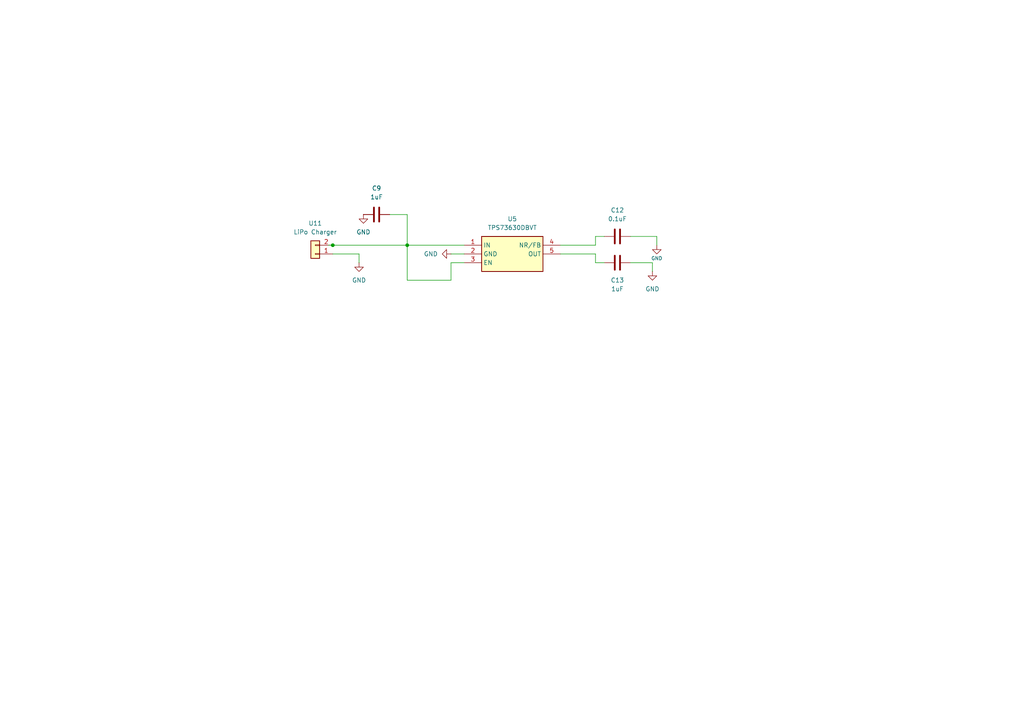
<source format=kicad_sch>
(kicad_sch (version 20250114) (generator "eeschema") (generator_version "9.0")
  (paper "A4")
  (lib_symbols
    (symbol "Connector_Generic:Conn_01x02" (pin_names (offset 1.016) (hide yes))
      (property "Reference" "J" (at 0 2.54 0))
      (property "Value" "Conn_01x02" (at 0 -5.08 0))
      (symbol "Conn_01x02_1_1"
        (rectangle (start -1.27 1.27) (end 1.27 -3.81) (stroke (width 0.254)) (fill (type background)))
        (rectangle (start -1.27 0.127) (end 0 -0.127) (stroke (width 0.1524)))
        (rectangle (start -1.27 -2.413) (end 0 -2.667) (stroke (width 0.1524)))
        (pin passive line (at -5.08 0 0) (length 3.81) (name "Pin_1") (number "1"))
        (pin passive line (at -5.08 -2.54 0) (length 3.81) (name "Pin_2") (number "2"))
      )
    )
    (symbol "Device:C" (pin_numbers (hide yes)) (pin_names (offset 0.254))
      (property "Reference" "C" (at 0.635 2.54 0))
      (property "Value" "C" (at 0.635 -2.54 0))
      (symbol "C_0_1"
        (polyline (pts (xy -2.032 0.762) (xy 2.032 0.762)) (stroke (width 0.508)))
        (polyline (pts (xy -2.032 -0.762) (xy 2.032 -0.762)) (stroke (width 0.508)))
      )
      (symbol "C_1_1"
        (pin passive line (at 0 3.81 270) (length 2.794) (name "~") (number "1"))
        (pin passive line (at 0 -3.81 90) (length 2.794) (name "~") (number "2"))
      )
    )
    (symbol "TPS73630DBVT:TPS73630DBVT"
      (property "Reference" "IC" (at 24.13 7.62 0))
      (property "Value" "TPS73630DBVT" (at 24.13 5.08 0))
      (symbol "TPS73630DBVT_1_1"
        (rectangle (start 5.08 2.54) (end 22.86 -7.62) (stroke (width 0.254)) (fill (type background)))
        (pin input line (at 0 0 0) (length 5.08) (name "IN") (number "1"))
        (pin power_in line (at 0 -2.54 0) (length 5.08) (name "GND") (number "2"))
        (pin passive line (at 0 -5.08 0) (length 5.08) (name "EN") (number "3"))
        (pin passive line (at 27.94 0 180) (length 5.08) (name "NR/FB") (number "4"))
        (pin output line (at 27.94 -2.54 180) (length 5.08) (name "OUT") (number "5"))
      )
    )
    (symbol "power:GND" (power) (pin_numbers (hide yes)) (pin_names (offset 0) (hide yes))
      (property "Value" "GND" (at 0 -3.81 0))
      (symbol "GND_0_1"
        (polyline (pts (xy 0 0) (xy 0 -1.27) (xy 1.27 -1.27) (xy 0 -2.54) (xy -1.27 -1.27) (xy 0 -1.27)))
      )
      (symbol "GND_1_1"
        (pin power_in line (at 0 0 270) (length 0) (name "~") (number "1"))
      )
    )
  )
  (junction (at 118.11 71.12))
  (junction (at 96.52 71.12))
  (wire (pts (xy 162.56 73.66) (xy 172.72 73.66)))
  (wire (pts (xy 113.03 62.23) (xy 118.11 62.23)))
  (wire (pts (xy 190.5 68.58) (xy 190.5 71.12)))
  (wire (pts (xy 95.25 71.12) (xy 96.52 71.12)))
  (wire (pts (xy 172.72 68.58) (xy 175.26 68.58)))
  (wire (pts (xy 96.52 73.66) (xy 104.14 73.66)))
  (wire (pts (xy 172.72 76.2) (xy 175.26 76.2)))
  (wire (pts (xy 182.88 76.2) (xy 189.23 76.2)))
  (wire (pts (xy 172.72 68.58) (xy 172.72 71.12)))
  (wire (pts (xy 118.11 71.12) (xy 118.11 81.28)))
  (wire (pts (xy 118.11 81.28) (xy 130.81 81.28)))
  (wire (pts (xy 104.14 73.66) (xy 104.14 76.2)))
  (wire (pts (xy 172.72 73.66) (xy 172.72 76.2)))
  (wire (pts (xy 162.56 71.12) (xy 172.72 71.12)))
  (wire (pts (xy 118.11 71.12) (xy 134.62 71.12)))
  (wire (pts (xy 96.52 71.12) (xy 118.11 71.12)))
  (wire (pts (xy 118.11 62.23) (xy 118.11 71.12)))
  (wire (pts (xy 182.88 68.58) (xy 190.5 68.58)))
  (wire (pts (xy 130.81 76.2) (xy 134.62 76.2)))
  (wire (pts (xy 130.81 73.66) (xy 134.62 73.66)))
  (wire (pts (xy 130.81 76.2) (xy 130.81 81.28)))
  (wire (pts (xy 189.23 76.2) (xy 189.23 78.74)))
  (symbol (lib_id "Device:C") (at 179.07 68.58 90) (unit 1)
    (property "Reference" "C12" (at 179.07 60.96 90))
    (property "Value" "0.1uF" (at 179.07 63.5 90))
    (property "Description" "Unpolarized capacitor" (effects (hide yes)))
  )
  (symbol (lib_id "Connector_Generic:Conn_01x02") (at 91.44 73.66 180) (unit 1)
    (property "Reference" "U11" (at 91.44 64.77 0))
    (property "Value" "LiPo Charger" (at 91.44 67.31 0))
    (property "Description" "Generic connector, single row, 01x02, script generated (kicad-library-utils/schlib/autogen/connector/)" (effects (hide yes)))
  )
  (symbol (lib_id "power:GND") (at 104.14 76.2 0) (unit 1)
    (property "Reference" "#PWR076" (effects (hide yes)))
    (property "Value" "GND" (at 104.14 81.28 0))
    (property "Description" "Power symbol creates a global label with name \"GND\" , ground" (effects (hide yes)))
  )
  (symbol (lib_id "power:GND") (at 130.81 73.66 270) (unit 1)
    (property "Reference" "#PWR042" (effects (hide yes)))
    (property "Value" "GND" (at 127 73.6599 90) (effects (justify right)))
    (property "Description" "Power symbol creates a global label with name \"GND\" , ground" (effects (hide yes)))
  )
  (symbol (lib_id "power:GND") (at 189.23 78.74 0) (unit 1)
    (property "Reference" "#PWR045" (effects (hide yes)))
    (property "Value" "GND" (at 189.23 83.82 0))
    (property "Description" "Power symbol creates a global label with name \"GND\" , ground" (effects (hide yes)))
  )
  (symbol (lib_id "Device:C") (at 109.22 62.23 90) (unit 1)
    (property "Reference" "C9" (at 109.22 54.61 90))
    (property "Value" "1uF" (at 109.22 57.15 90))
    (property "Description" "Unpolarized capacitor" (effects (hide yes)))
  )
  (symbol (lib_id "power:GND") (at 190.5 71.12 0) (unit 1)
    (property "Reference" "#PWR044" (effects (hide yes)))
    (property "Value" "GND" (at 190.5 74.93 0) (effects (font (size 1.016 1.016))))
    (property "Description" "Power symbol creates a global label with name \"GND\" , ground" (effects (hide yes)))
  )
  (symbol (lib_id "Device:C") (at 179.07 76.2 90) (unit 1)
    (property "Reference" "C13" (at 179.07 81.28 90))
    (property "Value" "1uF" (at 179.07 83.82 90))
    (property "Description" "Unpolarized capacitor" (effects (hide yes)))
  )
  (symbol (lib_id "TPS73630DBVT:TPS73630DBVT") (at 134.62 71.12 0) (unit 1)
    (property "Reference" "U5" (at 148.59 63.5 0))
    (property "Value" "TPS73630DBVT" (at 148.59 66.04 0))
    (property "Footprint" "SOT95P280X145-5N" (effects (hide yes)))
    (property "Datasheet" "https://datasheet.datasheetarchive.com/originals/distributors/Datasheets-SFU2/DSASFU100026689.pdf" (effects (hide yes)))
    (property "Description" "Single Output LDO, 400mA, Adj.(1.2 to 5.5V), Cap free, Low Noise, Reverse Current Protection" (effects (hide yes)))
    (property "Height" "1.45" (effects (hide yes)))
    (property "Mouser Part Number" "595-TPS73630DBVT" (effects (hide yes)))
    (property "Mouser Price/Stock" "https://www.mouser.co.uk/ProductDetail/Texas-Instruments/TPS73630DBVT?qs=6zVL%252ByCp0mqUGklPmJNhZA%3D%3D" (effects (hide yes)))
    (property "Manufacturer_Name" "Texas Instruments" (effects (hide yes)))
    (property "Manufacturer_Part_Number" "TPS73630DBVT" (effects (hide yes)))
  )
  (symbol (lib_id "power:GND") (at 105.41 62.23 0) (unit 1)
    (property "Reference" "#PWR043" (effects (hide yes)))
    (property "Value" "GND" (at 105.41 67.31 0))
    (property "Description" "Power symbol creates a global label with name \"GND\" , ground" (effects (hide yes)))
  )
)
</source>
